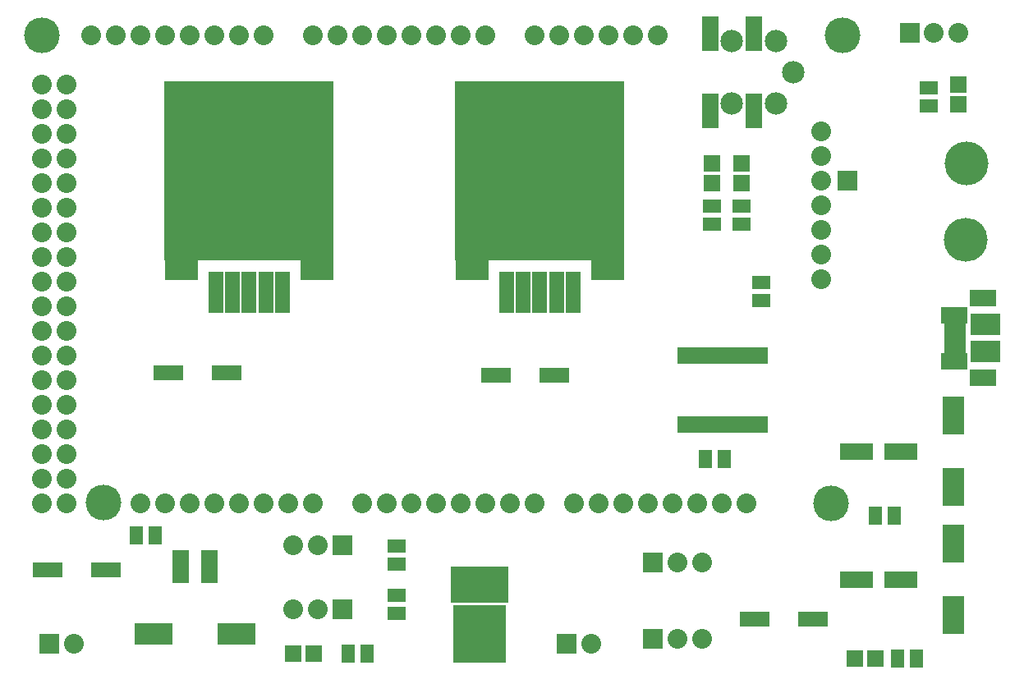
<source format=gts>
G04 (created by PCBNEW-RS274X (2011-nov-30)-testing) date Mon 13 Aug 2012 06:09:34 PM EDT*
%MOIN*%
G04 Gerber Fmt 3.4, Leading zero omitted, Abs format*
%FSLAX34Y34*%
G01*
G70*
G90*
G04 APERTURE LIST*
%ADD10C,0.006*%
%ADD11R,0.08X0.08*%
%ADD12C,0.08*%
%ADD13R,0.2167X0.2365*%
%ADD14R,0.2365X0.1497*%
%ADD15R,0.135X0.07*%
%ADD16R,0.085X0.155*%
%ADD17R,0.0672X0.0672*%
%ADD18R,0.0869X0.0357*%
%ADD19R,0.1106X0.0712*%
%ADD20R,0.1067X0.0712*%
%ADD21R,0.1184X0.0909*%
%ADD22R,0.0712X0.142*%
%ADD23C,0.0909*%
%ADD24R,0.075X0.055*%
%ADD25R,0.07X0.1349*%
%ADD26R,0.155X0.085*%
%ADD27R,0.1549X0.085*%
%ADD28R,0.0594X0.1695*%
%ADD29R,0.0594X0.1696*%
%ADD30R,0.6892X0.7284*%
%ADD31R,0.1379X0.0987*%
%ADD32R,0.138X0.0987*%
%ADD33C,0.1774*%
%ADD34O,0.1774X0.1774*%
%ADD35C,0.145*%
%ADD36R,0.036X0.07*%
%ADD37R,0.055X0.075*%
%ADD38R,0.1184X0.0593*%
G04 APERTURE END LIST*
G54D10*
G54D11*
X13200Y2900D03*
G54D12*
X12200Y2900D03*
X11200Y2900D03*
G54D11*
X13200Y5500D03*
G54D12*
X12200Y5500D03*
X11200Y5500D03*
G54D13*
X18757Y1900D03*
G54D14*
X18757Y3898D03*
G54D15*
X35850Y9300D03*
X34050Y9300D03*
G54D16*
X38000Y10750D03*
X38000Y7850D03*
G54D15*
X35850Y4100D03*
X34050Y4100D03*
G54D16*
X38000Y5550D03*
X38000Y2650D03*
G54D17*
X33987Y900D03*
X34813Y900D03*
X11187Y1100D03*
X12013Y1100D03*
G54D18*
X38058Y13900D03*
X38058Y13644D03*
X38058Y14412D03*
G54D19*
X39200Y12286D03*
G54D20*
X38019Y12955D03*
G54D19*
X39200Y15514D03*
G54D20*
X38019Y14845D03*
G54D18*
X38058Y14156D03*
G54D21*
X39279Y13349D03*
X39279Y14451D03*
G54D18*
X38058Y13388D03*
G54D17*
X29400Y21013D03*
X29400Y20187D03*
X28200Y21013D03*
X28200Y20187D03*
G54D22*
X28114Y26265D03*
X28114Y23135D03*
X29886Y23135D03*
X29886Y26265D03*
G54D23*
X29000Y23420D03*
X29000Y25980D03*
X30772Y23420D03*
X30772Y25980D03*
X31500Y24700D03*
G54D11*
X36216Y26300D03*
G54D12*
X37200Y26300D03*
X38184Y26300D03*
G54D24*
X15400Y5475D03*
X15400Y4725D03*
X15400Y3475D03*
X15400Y2725D03*
G54D25*
X7789Y4627D03*
X6611Y4627D03*
G54D26*
X5508Y1900D03*
G54D27*
X8892Y1900D03*
G54D28*
X19861Y15763D03*
X20531Y15763D03*
G54D29*
X21200Y15763D03*
G54D28*
X21869Y15763D03*
X22539Y15763D03*
G54D30*
X21200Y20685D03*
G54D31*
X18445Y16748D03*
G54D32*
X23956Y16747D03*
G54D33*
X38510Y21001D03*
G54D34*
X38493Y17902D03*
G54D35*
X33012Y7185D03*
G54D12*
X32607Y16291D03*
X32608Y17292D03*
X32608Y18292D03*
X32608Y19292D03*
X32608Y20292D03*
X32608Y21292D03*
X32608Y22292D03*
G54D35*
X1000Y26201D03*
X33499Y26212D03*
X3500Y7215D03*
G54D12*
X12000Y7209D03*
X11000Y7209D03*
X10000Y7209D03*
X9000Y7209D03*
X8000Y7209D03*
X7000Y7209D03*
X6000Y7209D03*
X5000Y7209D03*
X3000Y26209D03*
X4000Y26209D03*
X5000Y26209D03*
X6000Y26209D03*
X10000Y26209D03*
X12000Y26209D03*
X13000Y26209D03*
X9000Y26209D03*
X8000Y26209D03*
X7000Y26209D03*
X14000Y26209D03*
X15000Y26209D03*
X16000Y26209D03*
X19000Y26209D03*
X18000Y26209D03*
X17000Y26209D03*
X21000Y26210D03*
X22000Y26209D03*
X23000Y26209D03*
X25000Y26209D03*
X26000Y26209D03*
X14000Y7209D03*
X15000Y7209D03*
X16000Y7209D03*
X17000Y7209D03*
X18000Y7209D03*
X19000Y7209D03*
X20000Y7209D03*
X21000Y7209D03*
X22600Y7209D03*
X23600Y7209D03*
X24600Y7209D03*
X25600Y7209D03*
X26600Y7209D03*
X27600Y7209D03*
X28600Y7209D03*
X29600Y7209D03*
X24000Y26209D03*
X2000Y8209D03*
X1000Y8209D03*
X2000Y9209D03*
X1000Y9209D03*
X2000Y10209D03*
X1000Y10209D03*
X2000Y11209D03*
X1000Y11209D03*
X2000Y7209D03*
X1000Y7209D03*
X1000Y12209D03*
X2000Y12209D03*
X2000Y13209D03*
X1000Y13209D03*
X2000Y14209D03*
X1000Y14209D03*
X2000Y15209D03*
X1000Y15209D03*
X2000Y16209D03*
X1000Y16209D03*
X2000Y17209D03*
X1000Y17209D03*
X2000Y18209D03*
X1000Y18209D03*
X2000Y19209D03*
X1000Y19209D03*
X2000Y20209D03*
X1000Y20209D03*
X2000Y21209D03*
X1000Y21209D03*
X2000Y22209D03*
X1000Y22209D03*
X2000Y23209D03*
X1000Y23209D03*
X2000Y24209D03*
X1000Y24209D03*
G54D11*
X22300Y1500D03*
G54D12*
X23300Y1500D03*
G54D36*
X26950Y10400D03*
X27200Y10400D03*
X27460Y10400D03*
X27720Y10400D03*
X27970Y10400D03*
X28230Y10400D03*
X28490Y10400D03*
X28740Y10400D03*
X29000Y10400D03*
X29250Y10400D03*
X29510Y10400D03*
X29770Y10400D03*
X30020Y10400D03*
X30280Y10400D03*
X30280Y13200D03*
X30020Y13200D03*
X29780Y13200D03*
X29510Y13200D03*
X29250Y13200D03*
X29000Y13200D03*
X28740Y13200D03*
X28490Y13200D03*
X28230Y13200D03*
X27970Y13200D03*
X27720Y13200D03*
X27460Y13200D03*
X27200Y13200D03*
X26950Y13200D03*
G54D11*
X1300Y1500D03*
G54D12*
X2300Y1500D03*
G54D11*
X25800Y4800D03*
G54D12*
X26800Y4800D03*
X27800Y4800D03*
G54D11*
X25800Y1700D03*
G54D12*
X26800Y1700D03*
X27800Y1700D03*
G54D37*
X5575Y5900D03*
X4825Y5900D03*
G54D24*
X30200Y15425D03*
X30200Y16175D03*
G54D37*
X27925Y9000D03*
X28675Y9000D03*
X34825Y6700D03*
X35575Y6700D03*
G54D28*
X8061Y15763D03*
X8731Y15763D03*
G54D29*
X9400Y15763D03*
G54D28*
X10069Y15763D03*
X10739Y15763D03*
G54D30*
X9400Y20685D03*
G54D31*
X6645Y16748D03*
G54D32*
X12156Y16747D03*
G54D38*
X32279Y2500D03*
X29920Y2500D03*
X8479Y12500D03*
X6120Y12500D03*
X21779Y12400D03*
X19420Y12400D03*
X3579Y4500D03*
X1220Y4500D03*
G54D11*
X33700Y20300D03*
G54D24*
X28200Y19275D03*
X28200Y18525D03*
X29400Y19275D03*
X29400Y18525D03*
G54D37*
X35725Y900D03*
X36475Y900D03*
G54D24*
X37000Y23325D03*
X37000Y24075D03*
G54D37*
X13425Y1100D03*
X14175Y1100D03*
G54D17*
X38200Y24213D03*
X38200Y23387D03*
M02*

</source>
